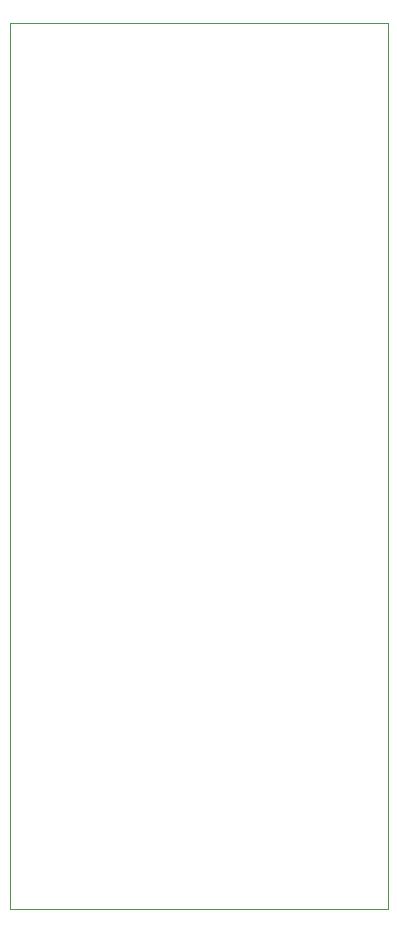
<source format=gm1>
%TF.GenerationSoftware,KiCad,Pcbnew,9.0.0*%
%TF.CreationDate,2025-03-02T11:48:58+01:00*%
%TF.ProjectId,DMH_Multiverter_PCB,444d485f-4d75-46c7-9469-766572746572,1*%
%TF.SameCoordinates,Original*%
%TF.FileFunction,Profile,NP*%
%FSLAX46Y46*%
G04 Gerber Fmt 4.6, Leading zero omitted, Abs format (unit mm)*
G04 Created by KiCad (PCBNEW 9.0.0) date 2025-03-02 11:48:58*
%MOMM*%
%LPD*%
G01*
G04 APERTURE LIST*
%TA.AperFunction,Profile*%
%ADD10C,0.050000*%
%TD*%
G04 APERTURE END LIST*
D10*
X67000000Y-42500000D02*
X99000000Y-42500000D01*
X99000000Y-117500000D01*
X67000000Y-117500000D01*
X67000000Y-42500000D01*
M02*

</source>
